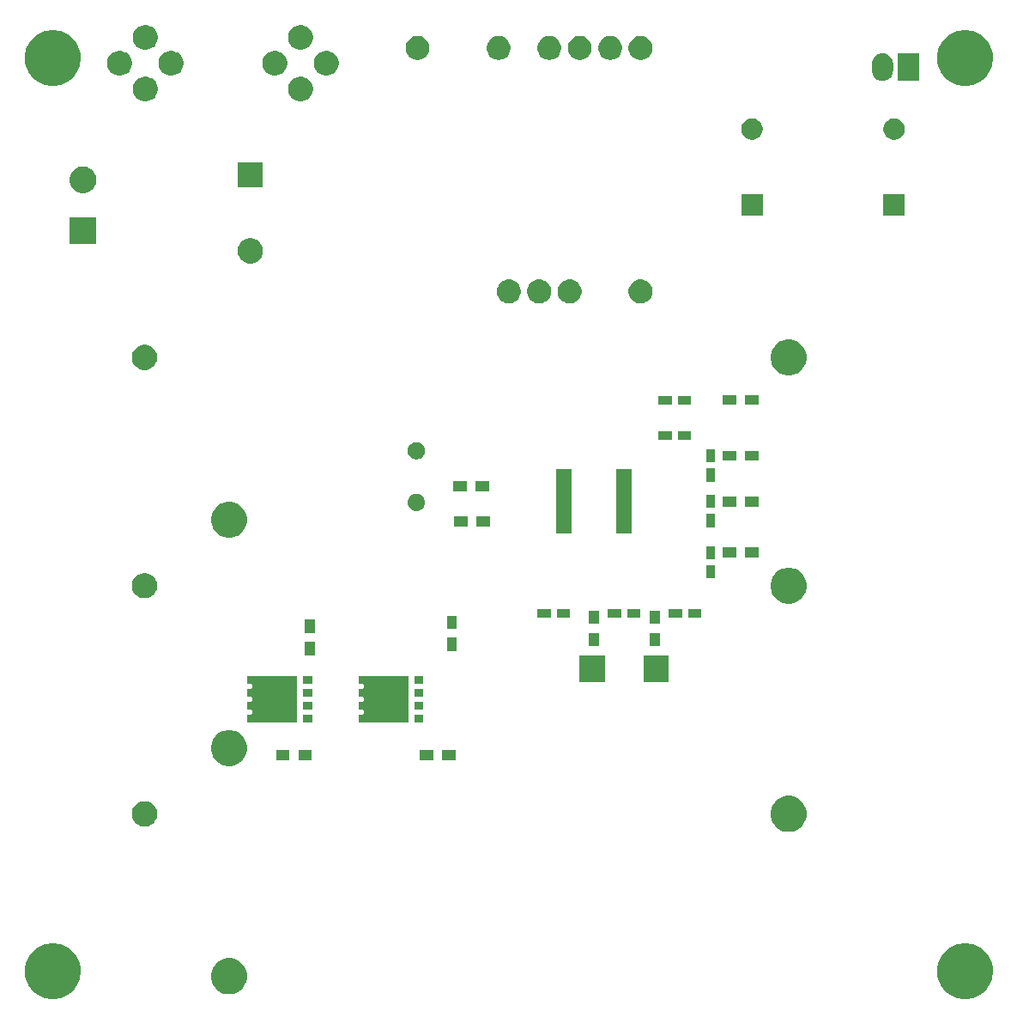
<source format=gbr>
G04 #@! TF.GenerationSoftware,KiCad,Pcbnew,6.0.0-rc1-unknown-5edf350~66~ubuntu18.10.1*
G04 #@! TF.CreationDate,2019-02-07T09:44:38-05:00
G04 #@! TF.ProjectId,UPS,5550532e-6b69-4636-9164-5f7063625858,rev?*
G04 #@! TF.SameCoordinates,Original*
G04 #@! TF.FileFunction,Soldermask,Bot*
G04 #@! TF.FilePolarity,Negative*
%FSLAX46Y46*%
G04 Gerber Fmt 4.6, Leading zero omitted, Abs format (unit mm)*
G04 Created by KiCad (PCBNEW 6.0.0-rc1-unknown-5edf350~66~ubuntu18.10.1) date 2019-02-07 09:44:38*
%MOMM*%
%LPD*%
G04 APERTURE LIST*
%ADD10C,0.100000*%
G04 APERTURE END LIST*
D10*
G36*
X95536693Y-92301859D02*
G01*
X95802437Y-92354719D01*
X96303087Y-92562095D01*
X96483561Y-92682684D01*
X96753660Y-92863158D01*
X97136842Y-93246340D01*
X97317316Y-93516439D01*
X97437905Y-93696913D01*
X97645281Y-94197563D01*
X97645281Y-94197564D01*
X97751000Y-94729049D01*
X97751000Y-95270951D01*
X97715186Y-95451000D01*
X97645281Y-95802437D01*
X97437905Y-96303087D01*
X97381521Y-96387471D01*
X97136842Y-96753660D01*
X96753660Y-97136842D01*
X96490774Y-97312496D01*
X96303087Y-97437905D01*
X95802437Y-97645281D01*
X95536693Y-97698141D01*
X95270951Y-97751000D01*
X94729049Y-97751000D01*
X94463306Y-97698140D01*
X94197563Y-97645281D01*
X93696913Y-97437905D01*
X93509226Y-97312496D01*
X93246340Y-97136842D01*
X92863158Y-96753660D01*
X92618479Y-96387471D01*
X92562095Y-96303087D01*
X92354719Y-95802437D01*
X92284814Y-95451000D01*
X92249000Y-95270951D01*
X92249000Y-94729049D01*
X92354719Y-94197564D01*
X92354719Y-94197563D01*
X92562095Y-93696913D01*
X92682684Y-93516439D01*
X92863158Y-93246340D01*
X93246340Y-92863158D01*
X93516439Y-92682684D01*
X93696913Y-92562095D01*
X94197563Y-92354719D01*
X94463307Y-92301859D01*
X94729049Y-92249000D01*
X95270951Y-92249000D01*
X95536693Y-92301859D01*
X95536693Y-92301859D01*
G37*
G36*
X5536693Y-92301859D02*
G01*
X5802437Y-92354719D01*
X6303087Y-92562095D01*
X6483561Y-92682684D01*
X6753660Y-92863158D01*
X7136842Y-93246340D01*
X7317316Y-93516439D01*
X7437905Y-93696913D01*
X7645281Y-94197563D01*
X7645281Y-94197564D01*
X7751000Y-94729049D01*
X7751000Y-95270951D01*
X7715186Y-95451000D01*
X7645281Y-95802437D01*
X7437905Y-96303087D01*
X7381521Y-96387471D01*
X7136842Y-96753660D01*
X6753660Y-97136842D01*
X6490774Y-97312496D01*
X6303087Y-97437905D01*
X5802437Y-97645281D01*
X5536694Y-97698140D01*
X5270951Y-97751000D01*
X4729049Y-97751000D01*
X4463306Y-97698140D01*
X4197563Y-97645281D01*
X3696913Y-97437905D01*
X3509226Y-97312496D01*
X3246340Y-97136842D01*
X2863158Y-96753660D01*
X2618479Y-96387471D01*
X2562095Y-96303087D01*
X2354719Y-95802437D01*
X2284814Y-95451000D01*
X2249000Y-95270951D01*
X2249000Y-94729049D01*
X2354719Y-94197564D01*
X2354719Y-94197563D01*
X2562095Y-93696913D01*
X2682684Y-93516439D01*
X2863158Y-93246340D01*
X3246340Y-92863158D01*
X3516439Y-92682684D01*
X3696913Y-92562095D01*
X4197563Y-92354719D01*
X4463307Y-92301859D01*
X4729049Y-92249000D01*
X5270951Y-92249000D01*
X5536693Y-92301859D01*
X5536693Y-92301859D01*
G37*
G36*
X22918039Y-93792250D02*
G01*
X23070991Y-93855605D01*
X23241251Y-93926129D01*
X23532134Y-94120491D01*
X23779509Y-94367866D01*
X23973871Y-94658749D01*
X24026734Y-94786371D01*
X24107750Y-94981961D01*
X24176000Y-95325078D01*
X24176000Y-95674922D01*
X24107750Y-96018039D01*
X24055411Y-96144395D01*
X23973871Y-96341251D01*
X23779509Y-96632134D01*
X23532134Y-96879509D01*
X23241251Y-97073871D01*
X23107372Y-97129325D01*
X22918039Y-97207750D01*
X22574922Y-97276000D01*
X22225078Y-97276000D01*
X21881961Y-97207750D01*
X21692628Y-97129325D01*
X21558749Y-97073871D01*
X21267866Y-96879509D01*
X21020491Y-96632134D01*
X20826129Y-96341251D01*
X20744589Y-96144395D01*
X20692250Y-96018039D01*
X20624000Y-95674922D01*
X20624000Y-95325078D01*
X20692250Y-94981961D01*
X20773266Y-94786371D01*
X20826129Y-94658749D01*
X21020491Y-94367866D01*
X21267866Y-94120491D01*
X21558749Y-93926129D01*
X21729009Y-93855605D01*
X21881961Y-93792250D01*
X22225078Y-93724000D01*
X22574922Y-93724000D01*
X22918039Y-93792250D01*
X22918039Y-93792250D01*
G37*
G36*
X78118039Y-77792250D02*
G01*
X78307372Y-77870675D01*
X78441251Y-77926129D01*
X78732134Y-78120491D01*
X78979509Y-78367866D01*
X79173871Y-78658749D01*
X79173871Y-78658750D01*
X79307750Y-78981961D01*
X79376000Y-79325078D01*
X79376000Y-79674922D01*
X79307750Y-80018039D01*
X79277859Y-80090201D01*
X79173871Y-80341251D01*
X78979509Y-80632134D01*
X78732134Y-80879509D01*
X78441251Y-81073871D01*
X78307372Y-81129325D01*
X78118039Y-81207750D01*
X77774922Y-81276000D01*
X77425078Y-81276000D01*
X77081961Y-81207750D01*
X76892628Y-81129325D01*
X76758749Y-81073871D01*
X76467866Y-80879509D01*
X76220491Y-80632134D01*
X76026129Y-80341251D01*
X75922141Y-80090201D01*
X75892250Y-80018039D01*
X75824000Y-79674922D01*
X75824000Y-79325078D01*
X75892250Y-78981961D01*
X76026129Y-78658750D01*
X76026129Y-78658749D01*
X76220491Y-78367866D01*
X76467866Y-78120491D01*
X76758749Y-77926129D01*
X76892628Y-77870675D01*
X77081961Y-77792250D01*
X77425078Y-77724000D01*
X77774922Y-77724000D01*
X78118039Y-77792250D01*
X78118039Y-77792250D01*
G37*
G36*
X14433444Y-78301882D02*
G01*
X14660201Y-78395808D01*
X14660202Y-78395809D01*
X14864279Y-78532168D01*
X15037832Y-78705721D01*
X15128944Y-78842081D01*
X15174192Y-78909799D01*
X15268118Y-79136556D01*
X15316000Y-79377278D01*
X15316000Y-79622722D01*
X15268118Y-79863444D01*
X15174192Y-80090201D01*
X15174191Y-80090202D01*
X15037832Y-80294279D01*
X14864279Y-80467832D01*
X14727919Y-80558944D01*
X14660201Y-80604192D01*
X14433444Y-80698118D01*
X14192722Y-80746000D01*
X13947278Y-80746000D01*
X13706556Y-80698118D01*
X13479799Y-80604192D01*
X13412081Y-80558944D01*
X13275721Y-80467832D01*
X13102168Y-80294279D01*
X12965809Y-80090202D01*
X12965808Y-80090201D01*
X12871882Y-79863444D01*
X12824000Y-79622722D01*
X12824000Y-79377278D01*
X12871882Y-79136556D01*
X12965808Y-78909799D01*
X13011056Y-78842081D01*
X13102168Y-78705721D01*
X13275721Y-78532168D01*
X13479798Y-78395809D01*
X13479799Y-78395808D01*
X13706556Y-78301882D01*
X13947278Y-78254000D01*
X14192722Y-78254000D01*
X14433444Y-78301882D01*
X14433444Y-78301882D01*
G37*
G36*
X22918039Y-71292250D02*
G01*
X23107372Y-71370675D01*
X23241251Y-71426129D01*
X23532134Y-71620491D01*
X23779509Y-71867866D01*
X23973871Y-72158749D01*
X23973871Y-72158750D01*
X24107750Y-72481961D01*
X24176000Y-72825078D01*
X24176000Y-73174922D01*
X24107750Y-73518039D01*
X24029325Y-73707372D01*
X23973871Y-73841251D01*
X23779509Y-74132134D01*
X23532134Y-74379509D01*
X23241251Y-74573871D01*
X23107372Y-74629325D01*
X22918039Y-74707750D01*
X22574922Y-74776000D01*
X22225078Y-74776000D01*
X21881961Y-74707750D01*
X21692628Y-74629325D01*
X21558749Y-74573871D01*
X21267866Y-74379509D01*
X21020491Y-74132134D01*
X20826129Y-73841251D01*
X20770675Y-73707372D01*
X20692250Y-73518039D01*
X20624000Y-73174922D01*
X20624000Y-72825078D01*
X20692250Y-72481961D01*
X20826129Y-72158750D01*
X20826129Y-72158749D01*
X21020491Y-71867866D01*
X21267866Y-71620491D01*
X21558749Y-71426129D01*
X21692628Y-71370675D01*
X21881961Y-71292250D01*
X22225078Y-71224000D01*
X22574922Y-71224000D01*
X22918039Y-71292250D01*
X22918039Y-71292250D01*
G37*
G36*
X42534867Y-74198580D02*
G01*
X41232867Y-74198580D01*
X41232867Y-73196580D01*
X42534867Y-73196580D01*
X42534867Y-74198580D01*
X42534867Y-74198580D01*
G37*
G36*
X28334867Y-74198580D02*
G01*
X27032867Y-74198580D01*
X27032867Y-73196580D01*
X28334867Y-73196580D01*
X28334867Y-74198580D01*
X28334867Y-74198580D01*
G37*
G36*
X30534867Y-74198580D02*
G01*
X29232867Y-74198580D01*
X29232867Y-73196580D01*
X30534867Y-73196580D01*
X30534867Y-74198580D01*
X30534867Y-74198580D01*
G37*
G36*
X44734867Y-74198580D02*
G01*
X43432867Y-74198580D01*
X43432867Y-73196580D01*
X44734867Y-73196580D01*
X44734867Y-74198580D01*
X44734867Y-74198580D01*
G37*
G36*
X41584867Y-70508580D02*
G01*
X40682867Y-70508580D01*
X40682867Y-69706580D01*
X41584867Y-69706580D01*
X41584867Y-70508580D01*
X41584867Y-70508580D01*
G37*
G36*
X36162031Y-65887065D02*
G01*
X36185480Y-65894178D01*
X36209866Y-65896580D01*
X40079867Y-65896580D01*
X40079867Y-70498580D01*
X36209866Y-70498580D01*
X36185480Y-70500982D01*
X36162031Y-70508095D01*
X36161124Y-70508580D01*
X35182867Y-70508580D01*
X35182867Y-69706580D01*
X35562868Y-69706580D01*
X35587254Y-69704178D01*
X35610703Y-69697065D01*
X35632314Y-69685514D01*
X35651256Y-69669969D01*
X35666801Y-69651027D01*
X35678352Y-69629416D01*
X35685465Y-69605967D01*
X35687867Y-69581581D01*
X35687867Y-69363579D01*
X35685465Y-69339193D01*
X35678352Y-69315744D01*
X35666801Y-69294133D01*
X35651256Y-69275191D01*
X35632314Y-69259646D01*
X35610703Y-69248095D01*
X35587254Y-69240982D01*
X35562868Y-69238580D01*
X35182867Y-69238580D01*
X35182867Y-68436580D01*
X35562868Y-68436580D01*
X35587254Y-68434178D01*
X35610703Y-68427065D01*
X35632314Y-68415514D01*
X35651256Y-68399969D01*
X35666801Y-68381027D01*
X35678352Y-68359416D01*
X35685465Y-68335967D01*
X35687867Y-68311581D01*
X35687867Y-68083579D01*
X35685465Y-68059193D01*
X35678352Y-68035744D01*
X35666801Y-68014133D01*
X35651256Y-67995191D01*
X35632314Y-67979646D01*
X35610703Y-67968095D01*
X35587254Y-67960982D01*
X35562868Y-67958580D01*
X35182867Y-67958580D01*
X35182867Y-67156580D01*
X35562868Y-67156580D01*
X35587254Y-67154178D01*
X35610703Y-67147065D01*
X35632314Y-67135514D01*
X35651256Y-67119969D01*
X35666801Y-67101027D01*
X35678352Y-67079416D01*
X35685465Y-67055967D01*
X35687867Y-67031581D01*
X35687867Y-66813579D01*
X35685465Y-66789193D01*
X35678352Y-66765744D01*
X35666801Y-66744133D01*
X35651256Y-66725191D01*
X35632314Y-66709646D01*
X35610703Y-66698095D01*
X35587254Y-66690982D01*
X35562868Y-66688580D01*
X35182867Y-66688580D01*
X35182867Y-65886580D01*
X36161124Y-65886580D01*
X36162031Y-65887065D01*
X36162031Y-65887065D01*
G37*
G36*
X30584867Y-70508580D02*
G01*
X29682867Y-70508580D01*
X29682867Y-69706580D01*
X30584867Y-69706580D01*
X30584867Y-70508580D01*
X30584867Y-70508580D01*
G37*
G36*
X25162031Y-65887065D02*
G01*
X25185480Y-65894178D01*
X25209866Y-65896580D01*
X29079867Y-65896580D01*
X29079867Y-70498580D01*
X25209866Y-70498580D01*
X25185480Y-70500982D01*
X25162031Y-70508095D01*
X25161124Y-70508580D01*
X24182867Y-70508580D01*
X24182867Y-69706580D01*
X24562868Y-69706580D01*
X24587254Y-69704178D01*
X24610703Y-69697065D01*
X24632314Y-69685514D01*
X24651256Y-69669969D01*
X24666801Y-69651027D01*
X24678352Y-69629416D01*
X24685465Y-69605967D01*
X24687867Y-69581581D01*
X24687867Y-69363579D01*
X24685465Y-69339193D01*
X24678352Y-69315744D01*
X24666801Y-69294133D01*
X24651256Y-69275191D01*
X24632314Y-69259646D01*
X24610703Y-69248095D01*
X24587254Y-69240982D01*
X24562868Y-69238580D01*
X24182867Y-69238580D01*
X24182867Y-68436580D01*
X24562868Y-68436580D01*
X24587254Y-68434178D01*
X24610703Y-68427065D01*
X24632314Y-68415514D01*
X24651256Y-68399969D01*
X24666801Y-68381027D01*
X24678352Y-68359416D01*
X24685465Y-68335967D01*
X24687867Y-68311581D01*
X24687867Y-68083579D01*
X24685465Y-68059193D01*
X24678352Y-68035744D01*
X24666801Y-68014133D01*
X24651256Y-67995191D01*
X24632314Y-67979646D01*
X24610703Y-67968095D01*
X24587254Y-67960982D01*
X24562868Y-67958580D01*
X24182867Y-67958580D01*
X24182867Y-67156580D01*
X24562868Y-67156580D01*
X24587254Y-67154178D01*
X24610703Y-67147065D01*
X24632314Y-67135514D01*
X24651256Y-67119969D01*
X24666801Y-67101027D01*
X24678352Y-67079416D01*
X24685465Y-67055967D01*
X24687867Y-67031581D01*
X24687867Y-66813579D01*
X24685465Y-66789193D01*
X24678352Y-66765744D01*
X24666801Y-66744133D01*
X24651256Y-66725191D01*
X24632314Y-66709646D01*
X24610703Y-66698095D01*
X24587254Y-66690982D01*
X24562868Y-66688580D01*
X24182867Y-66688580D01*
X24182867Y-65886580D01*
X25161124Y-65886580D01*
X25162031Y-65887065D01*
X25162031Y-65887065D01*
G37*
G36*
X41584867Y-69238580D02*
G01*
X40682867Y-69238580D01*
X40682867Y-68436580D01*
X41584867Y-68436580D01*
X41584867Y-69238580D01*
X41584867Y-69238580D01*
G37*
G36*
X30584867Y-69238580D02*
G01*
X29682867Y-69238580D01*
X29682867Y-68436580D01*
X30584867Y-68436580D01*
X30584867Y-69238580D01*
X30584867Y-69238580D01*
G37*
G36*
X41584867Y-67958580D02*
G01*
X40682867Y-67958580D01*
X40682867Y-67156580D01*
X41584867Y-67156580D01*
X41584867Y-67958580D01*
X41584867Y-67958580D01*
G37*
G36*
X30584867Y-67958580D02*
G01*
X29682867Y-67958580D01*
X29682867Y-67156580D01*
X30584867Y-67156580D01*
X30584867Y-67958580D01*
X30584867Y-67958580D01*
G37*
G36*
X41584867Y-66688580D02*
G01*
X40682867Y-66688580D01*
X40682867Y-65886580D01*
X41584867Y-65886580D01*
X41584867Y-66688580D01*
X41584867Y-66688580D01*
G37*
G36*
X30584867Y-66688580D02*
G01*
X29682867Y-66688580D01*
X29682867Y-65886580D01*
X30584867Y-65886580D01*
X30584867Y-66688580D01*
X30584867Y-66688580D01*
G37*
G36*
X65784867Y-66498580D02*
G01*
X63282867Y-66498580D01*
X63282867Y-63896580D01*
X65784867Y-63896580D01*
X65784867Y-66498580D01*
X65784867Y-66498580D01*
G37*
G36*
X59484867Y-66498580D02*
G01*
X56982867Y-66498580D01*
X56982867Y-63896580D01*
X59484867Y-63896580D01*
X59484867Y-66498580D01*
X59484867Y-66498580D01*
G37*
G36*
X30884867Y-63848580D02*
G01*
X29882867Y-63848580D01*
X29882867Y-62546580D01*
X30884867Y-62546580D01*
X30884867Y-63848580D01*
X30884867Y-63848580D01*
G37*
G36*
X44884867Y-63448580D02*
G01*
X43882867Y-63448580D01*
X43882867Y-62146580D01*
X44884867Y-62146580D01*
X44884867Y-63448580D01*
X44884867Y-63448580D01*
G37*
G36*
X58884867Y-62948580D02*
G01*
X57882867Y-62948580D01*
X57882867Y-61646580D01*
X58884867Y-61646580D01*
X58884867Y-62948580D01*
X58884867Y-62948580D01*
G37*
G36*
X64884867Y-62948580D02*
G01*
X63882867Y-62948580D01*
X63882867Y-61646580D01*
X64884867Y-61646580D01*
X64884867Y-62948580D01*
X64884867Y-62948580D01*
G37*
G36*
X30884867Y-61648580D02*
G01*
X29882867Y-61648580D01*
X29882867Y-60346580D01*
X30884867Y-60346580D01*
X30884867Y-61648580D01*
X30884867Y-61648580D01*
G37*
G36*
X44884867Y-61248580D02*
G01*
X43882867Y-61248580D01*
X43882867Y-59946580D01*
X44884867Y-59946580D01*
X44884867Y-61248580D01*
X44884867Y-61248580D01*
G37*
G36*
X64884867Y-60748580D02*
G01*
X63882867Y-60748580D01*
X63882867Y-59446580D01*
X64884867Y-59446580D01*
X64884867Y-60748580D01*
X64884867Y-60748580D01*
G37*
G36*
X58884867Y-60748580D02*
G01*
X57882867Y-60748580D01*
X57882867Y-59446580D01*
X58884867Y-59446580D01*
X58884867Y-60748580D01*
X58884867Y-60748580D01*
G37*
G36*
X62984867Y-60123580D02*
G01*
X61682867Y-60123580D01*
X61682867Y-59271580D01*
X62984867Y-59271580D01*
X62984867Y-60123580D01*
X62984867Y-60123580D01*
G37*
G36*
X56034867Y-60123580D02*
G01*
X54732867Y-60123580D01*
X54732867Y-59271580D01*
X56034867Y-59271580D01*
X56034867Y-60123580D01*
X56034867Y-60123580D01*
G37*
G36*
X54134867Y-60123580D02*
G01*
X52832867Y-60123580D01*
X52832867Y-59271580D01*
X54134867Y-59271580D01*
X54134867Y-60123580D01*
X54134867Y-60123580D01*
G37*
G36*
X61084867Y-60123580D02*
G01*
X59782867Y-60123580D01*
X59782867Y-59271580D01*
X61084867Y-59271580D01*
X61084867Y-60123580D01*
X61084867Y-60123580D01*
G37*
G36*
X67084867Y-60123580D02*
G01*
X65782867Y-60123580D01*
X65782867Y-59271580D01*
X67084867Y-59271580D01*
X67084867Y-60123580D01*
X67084867Y-60123580D01*
G37*
G36*
X68984867Y-60123580D02*
G01*
X67682867Y-60123580D01*
X67682867Y-59271580D01*
X68984867Y-59271580D01*
X68984867Y-60123580D01*
X68984867Y-60123580D01*
G37*
G36*
X78118039Y-55292250D02*
G01*
X78307372Y-55370675D01*
X78441251Y-55426129D01*
X78732134Y-55620491D01*
X78979509Y-55867866D01*
X79173871Y-56158749D01*
X79173871Y-56158750D01*
X79307750Y-56481961D01*
X79376000Y-56825078D01*
X79376000Y-57174922D01*
X79307750Y-57518039D01*
X79277859Y-57590201D01*
X79173871Y-57841251D01*
X78979509Y-58132134D01*
X78732134Y-58379509D01*
X78441251Y-58573871D01*
X78307372Y-58629325D01*
X78118039Y-58707750D01*
X77774922Y-58776000D01*
X77425078Y-58776000D01*
X77081961Y-58707750D01*
X76892628Y-58629325D01*
X76758749Y-58573871D01*
X76467866Y-58379509D01*
X76220491Y-58132134D01*
X76026129Y-57841251D01*
X75922141Y-57590201D01*
X75892250Y-57518039D01*
X75824000Y-57174922D01*
X75824000Y-56825078D01*
X75892250Y-56481961D01*
X76026129Y-56158750D01*
X76026129Y-56158749D01*
X76220491Y-55867866D01*
X76467866Y-55620491D01*
X76758749Y-55426129D01*
X76892628Y-55370675D01*
X77081961Y-55292250D01*
X77425078Y-55224000D01*
X77774922Y-55224000D01*
X78118039Y-55292250D01*
X78118039Y-55292250D01*
G37*
G36*
X14433444Y-55801882D02*
G01*
X14660201Y-55895808D01*
X14660202Y-55895809D01*
X14864279Y-56032168D01*
X15037832Y-56205721D01*
X15099878Y-56298580D01*
X15174192Y-56409799D01*
X15268118Y-56636556D01*
X15316000Y-56877278D01*
X15316000Y-57122722D01*
X15268118Y-57363444D01*
X15174192Y-57590201D01*
X15174191Y-57590202D01*
X15037832Y-57794279D01*
X14864279Y-57967832D01*
X14727919Y-58058944D01*
X14660201Y-58104192D01*
X14433444Y-58198118D01*
X14192722Y-58246000D01*
X13947278Y-58246000D01*
X13706556Y-58198118D01*
X13479799Y-58104192D01*
X13412081Y-58058944D01*
X13275721Y-57967832D01*
X13102168Y-57794279D01*
X12965809Y-57590202D01*
X12965808Y-57590201D01*
X12871882Y-57363444D01*
X12824000Y-57122722D01*
X12824000Y-56877278D01*
X12871882Y-56636556D01*
X12965808Y-56409799D01*
X13040122Y-56298580D01*
X13102168Y-56205721D01*
X13275721Y-56032168D01*
X13479798Y-55895809D01*
X13479799Y-55895808D01*
X13706556Y-55801882D01*
X13947278Y-55754000D01*
X14192722Y-55754000D01*
X14433444Y-55801882D01*
X14433444Y-55801882D01*
G37*
G36*
X70309867Y-56298580D02*
G01*
X69457867Y-56298580D01*
X69457867Y-54996580D01*
X70309867Y-54996580D01*
X70309867Y-56298580D01*
X70309867Y-56298580D01*
G37*
G36*
X70309867Y-54398580D02*
G01*
X69457867Y-54398580D01*
X69457867Y-53096580D01*
X70309867Y-53096580D01*
X70309867Y-54398580D01*
X70309867Y-54398580D01*
G37*
G36*
X72434867Y-54198580D02*
G01*
X71132867Y-54198580D01*
X71132867Y-53196580D01*
X72434867Y-53196580D01*
X72434867Y-54198580D01*
X72434867Y-54198580D01*
G37*
G36*
X74634867Y-54198580D02*
G01*
X73332867Y-54198580D01*
X73332867Y-53196580D01*
X74634867Y-53196580D01*
X74634867Y-54198580D01*
X74634867Y-54198580D01*
G37*
G36*
X22918039Y-48792250D02*
G01*
X23107372Y-48870675D01*
X23241251Y-48926129D01*
X23532134Y-49120491D01*
X23779509Y-49367866D01*
X23973871Y-49658749D01*
X23973871Y-49658750D01*
X24107750Y-49981961D01*
X24176000Y-50325078D01*
X24176000Y-50674922D01*
X24107750Y-51018039D01*
X24032967Y-51198580D01*
X23973871Y-51341251D01*
X23779509Y-51632134D01*
X23532134Y-51879509D01*
X23241251Y-52073871D01*
X23107372Y-52129325D01*
X22918039Y-52207750D01*
X22574922Y-52276000D01*
X22225078Y-52276000D01*
X21881961Y-52207750D01*
X21692628Y-52129325D01*
X21558749Y-52073871D01*
X21267866Y-51879509D01*
X21020491Y-51632134D01*
X20826129Y-51341251D01*
X20767033Y-51198580D01*
X20692250Y-51018039D01*
X20624000Y-50674922D01*
X20624000Y-50325078D01*
X20692250Y-49981961D01*
X20826129Y-49658750D01*
X20826129Y-49658749D01*
X21020491Y-49367866D01*
X21267866Y-49120491D01*
X21558749Y-48926129D01*
X21692628Y-48870675D01*
X21881961Y-48792250D01*
X22225078Y-48724000D01*
X22574922Y-48724000D01*
X22918039Y-48792250D01*
X22918039Y-48792250D01*
G37*
G36*
X62109867Y-51898580D02*
G01*
X60557867Y-51898580D01*
X60557867Y-45496580D01*
X62109867Y-45496580D01*
X62109867Y-51898580D01*
X62109867Y-51898580D01*
G37*
G36*
X56209867Y-51898580D02*
G01*
X54657867Y-51898580D01*
X54657867Y-45496580D01*
X56209867Y-45496580D01*
X56209867Y-51898580D01*
X56209867Y-51898580D01*
G37*
G36*
X70309867Y-51248580D02*
G01*
X69457867Y-51248580D01*
X69457867Y-49946580D01*
X70309867Y-49946580D01*
X70309867Y-51248580D01*
X70309867Y-51248580D01*
G37*
G36*
X48134867Y-51198580D02*
G01*
X46832867Y-51198580D01*
X46832867Y-50196580D01*
X48134867Y-50196580D01*
X48134867Y-51198580D01*
X48134867Y-51198580D01*
G37*
G36*
X45934867Y-51198580D02*
G01*
X44632867Y-51198580D01*
X44632867Y-50196580D01*
X45934867Y-50196580D01*
X45934867Y-51198580D01*
X45934867Y-51198580D01*
G37*
G36*
X41050690Y-47938893D02*
G01*
X41211109Y-47987556D01*
X41321535Y-48046580D01*
X41358945Y-48066576D01*
X41488526Y-48172921D01*
X41594871Y-48302502D01*
X41594872Y-48302504D01*
X41673891Y-48450338D01*
X41722554Y-48610757D01*
X41738984Y-48777580D01*
X41722554Y-48944403D01*
X41673891Y-49104822D01*
X41623776Y-49198580D01*
X41594871Y-49252658D01*
X41488526Y-49382239D01*
X41358945Y-49488584D01*
X41358943Y-49488585D01*
X41211109Y-49567604D01*
X41050690Y-49616267D01*
X40925671Y-49628580D01*
X40842063Y-49628580D01*
X40717044Y-49616267D01*
X40556625Y-49567604D01*
X40408791Y-49488585D01*
X40408789Y-49488584D01*
X40279208Y-49382239D01*
X40172863Y-49252658D01*
X40143958Y-49198580D01*
X40093843Y-49104822D01*
X40045180Y-48944403D01*
X40028750Y-48777580D01*
X40045180Y-48610757D01*
X40093843Y-48450338D01*
X40172862Y-48302504D01*
X40172863Y-48302502D01*
X40279208Y-48172921D01*
X40408789Y-48066576D01*
X40446199Y-48046580D01*
X40556625Y-47987556D01*
X40717044Y-47938893D01*
X40842063Y-47926580D01*
X40925671Y-47926580D01*
X41050690Y-47938893D01*
X41050690Y-47938893D01*
G37*
G36*
X70309867Y-49348580D02*
G01*
X69457867Y-49348580D01*
X69457867Y-48046580D01*
X70309867Y-48046580D01*
X70309867Y-49348580D01*
X70309867Y-49348580D01*
G37*
G36*
X74634867Y-49198580D02*
G01*
X73332867Y-49198580D01*
X73332867Y-48196580D01*
X74634867Y-48196580D01*
X74634867Y-49198580D01*
X74634867Y-49198580D01*
G37*
G36*
X72434867Y-49198580D02*
G01*
X71132867Y-49198580D01*
X71132867Y-48196580D01*
X72434867Y-48196580D01*
X72434867Y-49198580D01*
X72434867Y-49198580D01*
G37*
G36*
X48034867Y-47698580D02*
G01*
X46732867Y-47698580D01*
X46732867Y-46696580D01*
X48034867Y-46696580D01*
X48034867Y-47698580D01*
X48034867Y-47698580D01*
G37*
G36*
X45834867Y-47698580D02*
G01*
X44532867Y-47698580D01*
X44532867Y-46696580D01*
X45834867Y-46696580D01*
X45834867Y-47698580D01*
X45834867Y-47698580D01*
G37*
G36*
X70309867Y-46748580D02*
G01*
X69457867Y-46748580D01*
X69457867Y-45446580D01*
X70309867Y-45446580D01*
X70309867Y-46748580D01*
X70309867Y-46748580D01*
G37*
G36*
X70309867Y-44848580D02*
G01*
X69457867Y-44848580D01*
X69457867Y-43546580D01*
X70309867Y-43546580D01*
X70309867Y-44848580D01*
X70309867Y-44848580D01*
G37*
G36*
X72434867Y-44698580D02*
G01*
X71132867Y-44698580D01*
X71132867Y-43696580D01*
X72434867Y-43696580D01*
X72434867Y-44698580D01*
X72434867Y-44698580D01*
G37*
G36*
X74634867Y-44698580D02*
G01*
X73332867Y-44698580D01*
X73332867Y-43696580D01*
X74634867Y-43696580D01*
X74634867Y-44698580D01*
X74634867Y-44698580D01*
G37*
G36*
X41132095Y-42879283D02*
G01*
X41286967Y-42943433D01*
X41426348Y-43036565D01*
X41544882Y-43155099D01*
X41638014Y-43294480D01*
X41702164Y-43449352D01*
X41734867Y-43613764D01*
X41734867Y-43781396D01*
X41702164Y-43945808D01*
X41638014Y-44100680D01*
X41544882Y-44240061D01*
X41426348Y-44358595D01*
X41286967Y-44451727D01*
X41132095Y-44515877D01*
X40967683Y-44548580D01*
X40800051Y-44548580D01*
X40635639Y-44515877D01*
X40480767Y-44451727D01*
X40341386Y-44358595D01*
X40222852Y-44240061D01*
X40129720Y-44100680D01*
X40065570Y-43945808D01*
X40032867Y-43781396D01*
X40032867Y-43613764D01*
X40065570Y-43449352D01*
X40129720Y-43294480D01*
X40222852Y-43155099D01*
X40341386Y-43036565D01*
X40480767Y-42943433D01*
X40635639Y-42879283D01*
X40800051Y-42846580D01*
X40967683Y-42846580D01*
X41132095Y-42879283D01*
X41132095Y-42879283D01*
G37*
G36*
X67984867Y-42623580D02*
G01*
X66682867Y-42623580D01*
X66682867Y-41771580D01*
X67984867Y-41771580D01*
X67984867Y-42623580D01*
X67984867Y-42623580D01*
G37*
G36*
X66084867Y-42623580D02*
G01*
X64782867Y-42623580D01*
X64782867Y-41771580D01*
X66084867Y-41771580D01*
X66084867Y-42623580D01*
X66084867Y-42623580D01*
G37*
G36*
X72434867Y-39198580D02*
G01*
X71132867Y-39198580D01*
X71132867Y-38196580D01*
X72434867Y-38196580D01*
X72434867Y-39198580D01*
X72434867Y-39198580D01*
G37*
G36*
X74634867Y-39198580D02*
G01*
X73332867Y-39198580D01*
X73332867Y-38196580D01*
X74634867Y-38196580D01*
X74634867Y-39198580D01*
X74634867Y-39198580D01*
G37*
G36*
X67984867Y-39123580D02*
G01*
X66682867Y-39123580D01*
X66682867Y-38271580D01*
X67984867Y-38271580D01*
X67984867Y-39123580D01*
X67984867Y-39123580D01*
G37*
G36*
X66084867Y-39123580D02*
G01*
X64782867Y-39123580D01*
X64782867Y-38271580D01*
X66084867Y-38271580D01*
X66084867Y-39123580D01*
X66084867Y-39123580D01*
G37*
G36*
X78118039Y-32792250D02*
G01*
X78307372Y-32870675D01*
X78441251Y-32926129D01*
X78732134Y-33120491D01*
X78979509Y-33367866D01*
X79173871Y-33658749D01*
X79173871Y-33658750D01*
X79307750Y-33981961D01*
X79376000Y-34325078D01*
X79376000Y-34674922D01*
X79307750Y-35018039D01*
X79277859Y-35090201D01*
X79173871Y-35341251D01*
X78979509Y-35632134D01*
X78732134Y-35879509D01*
X78441251Y-36073871D01*
X78307372Y-36129325D01*
X78118039Y-36207750D01*
X77774922Y-36276000D01*
X77425078Y-36276000D01*
X77081961Y-36207750D01*
X76892628Y-36129325D01*
X76758749Y-36073871D01*
X76467866Y-35879509D01*
X76220491Y-35632134D01*
X76026129Y-35341251D01*
X75922141Y-35090201D01*
X75892250Y-35018039D01*
X75824000Y-34674922D01*
X75824000Y-34325078D01*
X75892250Y-33981961D01*
X76026129Y-33658750D01*
X76026129Y-33658749D01*
X76220491Y-33367866D01*
X76467866Y-33120491D01*
X76758749Y-32926129D01*
X76892628Y-32870675D01*
X77081961Y-32792250D01*
X77425078Y-32724000D01*
X77774922Y-32724000D01*
X78118039Y-32792250D01*
X78118039Y-32792250D01*
G37*
G36*
X14433444Y-33301882D02*
G01*
X14660201Y-33395808D01*
X14660202Y-33395809D01*
X14864279Y-33532168D01*
X15037832Y-33705721D01*
X15128944Y-33842081D01*
X15174192Y-33909799D01*
X15268118Y-34136556D01*
X15316000Y-34377278D01*
X15316000Y-34622722D01*
X15268118Y-34863444D01*
X15174192Y-35090201D01*
X15174191Y-35090202D01*
X15037832Y-35294279D01*
X14864279Y-35467832D01*
X14727919Y-35558944D01*
X14660201Y-35604192D01*
X14433444Y-35698118D01*
X14192722Y-35746000D01*
X13947278Y-35746000D01*
X13706556Y-35698118D01*
X13479799Y-35604192D01*
X13412081Y-35558944D01*
X13275721Y-35467832D01*
X13102168Y-35294279D01*
X12965809Y-35090202D01*
X12965808Y-35090201D01*
X12871882Y-34863444D01*
X12824000Y-34622722D01*
X12824000Y-34377278D01*
X12871882Y-34136556D01*
X12965808Y-33909799D01*
X13011056Y-33842081D01*
X13102168Y-33705721D01*
X13275721Y-33532168D01*
X13479798Y-33395809D01*
X13479799Y-33395808D01*
X13706556Y-33301882D01*
X13947278Y-33254000D01*
X14192722Y-33254000D01*
X14433444Y-33301882D01*
X14433444Y-33301882D01*
G37*
G36*
X63191560Y-26839064D02*
G01*
X63343027Y-26869193D01*
X63557045Y-26957842D01*
X63557046Y-26957843D01*
X63749654Y-27086539D01*
X63913461Y-27250346D01*
X63999258Y-27378751D01*
X64042158Y-27442955D01*
X64130807Y-27656973D01*
X64176000Y-27884174D01*
X64176000Y-28115826D01*
X64130807Y-28343027D01*
X64042158Y-28557045D01*
X64042157Y-28557046D01*
X63913461Y-28749654D01*
X63749654Y-28913461D01*
X63621249Y-28999258D01*
X63557045Y-29042158D01*
X63343027Y-29130807D01*
X63191560Y-29160936D01*
X63115827Y-29176000D01*
X62884173Y-29176000D01*
X62808440Y-29160936D01*
X62656973Y-29130807D01*
X62442955Y-29042158D01*
X62378751Y-28999258D01*
X62250346Y-28913461D01*
X62086539Y-28749654D01*
X61957843Y-28557046D01*
X61957842Y-28557045D01*
X61869193Y-28343027D01*
X61824000Y-28115826D01*
X61824000Y-27884174D01*
X61869193Y-27656973D01*
X61957842Y-27442955D01*
X62000742Y-27378751D01*
X62086539Y-27250346D01*
X62250346Y-27086539D01*
X62442954Y-26957843D01*
X62442955Y-26957842D01*
X62656973Y-26869193D01*
X62808440Y-26839064D01*
X62884173Y-26824000D01*
X63115827Y-26824000D01*
X63191560Y-26839064D01*
X63191560Y-26839064D01*
G37*
G36*
X56191560Y-26839064D02*
G01*
X56343027Y-26869193D01*
X56557045Y-26957842D01*
X56557046Y-26957843D01*
X56749654Y-27086539D01*
X56913461Y-27250346D01*
X56999258Y-27378751D01*
X57042158Y-27442955D01*
X57130807Y-27656973D01*
X57176000Y-27884174D01*
X57176000Y-28115826D01*
X57130807Y-28343027D01*
X57042158Y-28557045D01*
X57042157Y-28557046D01*
X56913461Y-28749654D01*
X56749654Y-28913461D01*
X56621249Y-28999258D01*
X56557045Y-29042158D01*
X56343027Y-29130807D01*
X56191560Y-29160936D01*
X56115827Y-29176000D01*
X55884173Y-29176000D01*
X55808440Y-29160936D01*
X55656973Y-29130807D01*
X55442955Y-29042158D01*
X55378751Y-28999258D01*
X55250346Y-28913461D01*
X55086539Y-28749654D01*
X54957843Y-28557046D01*
X54957842Y-28557045D01*
X54869193Y-28343027D01*
X54824000Y-28115826D01*
X54824000Y-27884174D01*
X54869193Y-27656973D01*
X54957842Y-27442955D01*
X55000742Y-27378751D01*
X55086539Y-27250346D01*
X55250346Y-27086539D01*
X55442954Y-26957843D01*
X55442955Y-26957842D01*
X55656973Y-26869193D01*
X55808440Y-26839064D01*
X55884173Y-26824000D01*
X56115827Y-26824000D01*
X56191560Y-26839064D01*
X56191560Y-26839064D01*
G37*
G36*
X53191560Y-26839064D02*
G01*
X53343027Y-26869193D01*
X53557045Y-26957842D01*
X53557046Y-26957843D01*
X53749654Y-27086539D01*
X53913461Y-27250346D01*
X53999258Y-27378751D01*
X54042158Y-27442955D01*
X54130807Y-27656973D01*
X54176000Y-27884174D01*
X54176000Y-28115826D01*
X54130807Y-28343027D01*
X54042158Y-28557045D01*
X54042157Y-28557046D01*
X53913461Y-28749654D01*
X53749654Y-28913461D01*
X53621249Y-28999258D01*
X53557045Y-29042158D01*
X53343027Y-29130807D01*
X53191560Y-29160936D01*
X53115827Y-29176000D01*
X52884173Y-29176000D01*
X52808440Y-29160936D01*
X52656973Y-29130807D01*
X52442955Y-29042158D01*
X52378751Y-28999258D01*
X52250346Y-28913461D01*
X52086539Y-28749654D01*
X51957843Y-28557046D01*
X51957842Y-28557045D01*
X51869193Y-28343027D01*
X51824000Y-28115826D01*
X51824000Y-27884174D01*
X51869193Y-27656973D01*
X51957842Y-27442955D01*
X52000742Y-27378751D01*
X52086539Y-27250346D01*
X52250346Y-27086539D01*
X52442954Y-26957843D01*
X52442955Y-26957842D01*
X52656973Y-26869193D01*
X52808440Y-26839064D01*
X52884173Y-26824000D01*
X53115827Y-26824000D01*
X53191560Y-26839064D01*
X53191560Y-26839064D01*
G37*
G36*
X50191560Y-26839064D02*
G01*
X50343027Y-26869193D01*
X50557045Y-26957842D01*
X50557046Y-26957843D01*
X50749654Y-27086539D01*
X50913461Y-27250346D01*
X50999258Y-27378751D01*
X51042158Y-27442955D01*
X51130807Y-27656973D01*
X51176000Y-27884174D01*
X51176000Y-28115826D01*
X51130807Y-28343027D01*
X51042158Y-28557045D01*
X51042157Y-28557046D01*
X50913461Y-28749654D01*
X50749654Y-28913461D01*
X50621249Y-28999258D01*
X50557045Y-29042158D01*
X50343027Y-29130807D01*
X50191560Y-29160936D01*
X50115827Y-29176000D01*
X49884173Y-29176000D01*
X49808440Y-29160936D01*
X49656973Y-29130807D01*
X49442955Y-29042158D01*
X49378751Y-28999258D01*
X49250346Y-28913461D01*
X49086539Y-28749654D01*
X48957843Y-28557046D01*
X48957842Y-28557045D01*
X48869193Y-28343027D01*
X48824000Y-28115826D01*
X48824000Y-27884174D01*
X48869193Y-27656973D01*
X48957842Y-27442955D01*
X49000742Y-27378751D01*
X49086539Y-27250346D01*
X49250346Y-27086539D01*
X49442954Y-26957843D01*
X49442955Y-26957842D01*
X49656973Y-26869193D01*
X49808440Y-26839064D01*
X49884173Y-26824000D01*
X50115827Y-26824000D01*
X50191560Y-26839064D01*
X50191560Y-26839064D01*
G37*
G36*
X24864903Y-22797075D02*
G01*
X25092571Y-22891378D01*
X25297466Y-23028285D01*
X25471715Y-23202534D01*
X25608622Y-23407429D01*
X25702925Y-23635097D01*
X25751000Y-23876787D01*
X25751000Y-24123213D01*
X25702925Y-24364903D01*
X25608622Y-24592571D01*
X25471715Y-24797466D01*
X25297466Y-24971715D01*
X25092571Y-25108622D01*
X25092570Y-25108623D01*
X25092569Y-25108623D01*
X24864903Y-25202925D01*
X24623214Y-25251000D01*
X24376786Y-25251000D01*
X24135097Y-25202925D01*
X23907431Y-25108623D01*
X23907430Y-25108623D01*
X23907429Y-25108622D01*
X23702534Y-24971715D01*
X23528285Y-24797466D01*
X23391378Y-24592571D01*
X23297075Y-24364903D01*
X23249000Y-24123213D01*
X23249000Y-23876787D01*
X23297075Y-23635097D01*
X23391378Y-23407429D01*
X23528285Y-23202534D01*
X23702534Y-23028285D01*
X23907429Y-22891378D01*
X24135097Y-22797075D01*
X24376786Y-22749000D01*
X24623214Y-22749000D01*
X24864903Y-22797075D01*
X24864903Y-22797075D01*
G37*
G36*
X9301000Y-23301000D02*
G01*
X6699000Y-23301000D01*
X6699000Y-20699000D01*
X9301000Y-20699000D01*
X9301000Y-23301000D01*
X9301000Y-23301000D01*
G37*
G36*
X75051000Y-20551000D02*
G01*
X72949000Y-20551000D01*
X72949000Y-18449000D01*
X75051000Y-18449000D01*
X75051000Y-20551000D01*
X75051000Y-20551000D01*
G37*
G36*
X89051000Y-20551000D02*
G01*
X86949000Y-20551000D01*
X86949000Y-18449000D01*
X89051000Y-18449000D01*
X89051000Y-20551000D01*
X89051000Y-20551000D01*
G37*
G36*
X8379487Y-15748996D02*
G01*
X8616253Y-15847068D01*
X8616255Y-15847069D01*
X8829339Y-15989447D01*
X9010553Y-16170661D01*
X9152932Y-16383747D01*
X9251004Y-16620513D01*
X9301000Y-16871861D01*
X9301000Y-17128139D01*
X9251004Y-17379487D01*
X9152932Y-17616253D01*
X9152931Y-17616255D01*
X9010553Y-17829339D01*
X8829339Y-18010553D01*
X8616255Y-18152931D01*
X8616254Y-18152932D01*
X8616253Y-18152932D01*
X8379487Y-18251004D01*
X8128139Y-18301000D01*
X7871861Y-18301000D01*
X7620513Y-18251004D01*
X7383747Y-18152932D01*
X7383746Y-18152932D01*
X7383745Y-18152931D01*
X7170661Y-18010553D01*
X6989447Y-17829339D01*
X6847069Y-17616255D01*
X6847068Y-17616253D01*
X6748996Y-17379487D01*
X6699000Y-17128139D01*
X6699000Y-16871861D01*
X6748996Y-16620513D01*
X6847068Y-16383747D01*
X6989447Y-16170661D01*
X7170661Y-15989447D01*
X7383745Y-15847069D01*
X7383747Y-15847068D01*
X7620513Y-15748996D01*
X7871861Y-15699000D01*
X8128139Y-15699000D01*
X8379487Y-15748996D01*
X8379487Y-15748996D01*
G37*
G36*
X25751000Y-17751000D02*
G01*
X23249000Y-17751000D01*
X23249000Y-15249000D01*
X25751000Y-15249000D01*
X25751000Y-17751000D01*
X25751000Y-17751000D01*
G37*
G36*
X74306564Y-10989389D02*
G01*
X74497833Y-11068615D01*
X74497835Y-11068616D01*
X74669973Y-11183635D01*
X74816365Y-11330027D01*
X74931385Y-11502167D01*
X75010611Y-11693436D01*
X75051000Y-11896484D01*
X75051000Y-12103516D01*
X75010611Y-12306564D01*
X74931385Y-12497833D01*
X74931384Y-12497835D01*
X74816365Y-12669973D01*
X74669973Y-12816365D01*
X74497835Y-12931384D01*
X74497834Y-12931385D01*
X74497833Y-12931385D01*
X74306564Y-13010611D01*
X74103516Y-13051000D01*
X73896484Y-13051000D01*
X73693436Y-13010611D01*
X73502167Y-12931385D01*
X73502166Y-12931385D01*
X73502165Y-12931384D01*
X73330027Y-12816365D01*
X73183635Y-12669973D01*
X73068616Y-12497835D01*
X73068615Y-12497833D01*
X72989389Y-12306564D01*
X72949000Y-12103516D01*
X72949000Y-11896484D01*
X72989389Y-11693436D01*
X73068615Y-11502167D01*
X73183635Y-11330027D01*
X73330027Y-11183635D01*
X73502165Y-11068616D01*
X73502167Y-11068615D01*
X73693436Y-10989389D01*
X73896484Y-10949000D01*
X74103516Y-10949000D01*
X74306564Y-10989389D01*
X74306564Y-10989389D01*
G37*
G36*
X88306564Y-10989389D02*
G01*
X88497833Y-11068615D01*
X88497835Y-11068616D01*
X88669973Y-11183635D01*
X88816365Y-11330027D01*
X88931385Y-11502167D01*
X89010611Y-11693436D01*
X89051000Y-11896484D01*
X89051000Y-12103516D01*
X89010611Y-12306564D01*
X88931385Y-12497833D01*
X88931384Y-12497835D01*
X88816365Y-12669973D01*
X88669973Y-12816365D01*
X88497835Y-12931384D01*
X88497834Y-12931385D01*
X88497833Y-12931385D01*
X88306564Y-13010611D01*
X88103516Y-13051000D01*
X87896484Y-13051000D01*
X87693436Y-13010611D01*
X87502167Y-12931385D01*
X87502166Y-12931385D01*
X87502165Y-12931384D01*
X87330027Y-12816365D01*
X87183635Y-12669973D01*
X87068616Y-12497835D01*
X87068615Y-12497833D01*
X86989389Y-12306564D01*
X86949000Y-12103516D01*
X86949000Y-11896484D01*
X86989389Y-11693436D01*
X87068615Y-11502167D01*
X87183635Y-11330027D01*
X87330027Y-11183635D01*
X87502165Y-11068616D01*
X87502167Y-11068615D01*
X87693436Y-10989389D01*
X87896484Y-10949000D01*
X88103516Y-10949000D01*
X88306564Y-10989389D01*
X88306564Y-10989389D01*
G37*
G36*
X14497610Y-6861114D02*
G01*
X14704390Y-6946765D01*
X14720729Y-6953533D01*
X14761207Y-6980580D01*
X14921529Y-7087703D01*
X15092297Y-7258471D01*
X15192697Y-7408731D01*
X15212191Y-7437905D01*
X15226468Y-7459273D01*
X15318886Y-7682390D01*
X15366000Y-7919248D01*
X15366000Y-8160752D01*
X15318886Y-8397610D01*
X15226468Y-8620727D01*
X15092297Y-8821529D01*
X14921529Y-8992297D01*
X14771269Y-9092697D01*
X14720729Y-9126467D01*
X14720728Y-9126468D01*
X14720727Y-9126468D01*
X14497610Y-9218886D01*
X14260752Y-9266000D01*
X14019248Y-9266000D01*
X13782390Y-9218886D01*
X13559273Y-9126468D01*
X13559272Y-9126468D01*
X13559271Y-9126467D01*
X13508731Y-9092697D01*
X13358471Y-8992297D01*
X13187703Y-8821529D01*
X13053532Y-8620727D01*
X12961114Y-8397610D01*
X12914000Y-8160752D01*
X12914000Y-7919248D01*
X12961114Y-7682390D01*
X13053532Y-7459273D01*
X13067810Y-7437905D01*
X13087303Y-7408731D01*
X13187703Y-7258471D01*
X13358471Y-7087703D01*
X13518793Y-6980580D01*
X13559271Y-6953533D01*
X13575610Y-6946765D01*
X13782390Y-6861114D01*
X14019248Y-6814000D01*
X14260752Y-6814000D01*
X14497610Y-6861114D01*
X14497610Y-6861114D01*
G37*
G36*
X29817610Y-6861114D02*
G01*
X30024390Y-6946765D01*
X30040729Y-6953533D01*
X30081207Y-6980580D01*
X30241529Y-7087703D01*
X30412297Y-7258471D01*
X30512697Y-7408731D01*
X30532191Y-7437905D01*
X30546468Y-7459273D01*
X30638886Y-7682390D01*
X30686000Y-7919248D01*
X30686000Y-8160752D01*
X30638886Y-8397610D01*
X30546468Y-8620727D01*
X30412297Y-8821529D01*
X30241529Y-8992297D01*
X30091269Y-9092697D01*
X30040729Y-9126467D01*
X30040728Y-9126468D01*
X30040727Y-9126468D01*
X29817610Y-9218886D01*
X29580752Y-9266000D01*
X29339248Y-9266000D01*
X29102390Y-9218886D01*
X28879273Y-9126468D01*
X28879272Y-9126468D01*
X28879271Y-9126467D01*
X28828731Y-9092697D01*
X28678471Y-8992297D01*
X28507703Y-8821529D01*
X28373532Y-8620727D01*
X28281114Y-8397610D01*
X28234000Y-8160752D01*
X28234000Y-7919248D01*
X28281114Y-7682390D01*
X28373532Y-7459273D01*
X28387810Y-7437905D01*
X28407303Y-7408731D01*
X28507703Y-7258471D01*
X28678471Y-7087703D01*
X28838793Y-6980580D01*
X28879271Y-6953533D01*
X28895610Y-6946765D01*
X29102390Y-6861114D01*
X29339248Y-6814000D01*
X29580752Y-6814000D01*
X29817610Y-6861114D01*
X29817610Y-6861114D01*
G37*
G36*
X5536694Y-2301860D02*
G01*
X5802437Y-2354719D01*
X6303087Y-2562095D01*
X6483561Y-2682684D01*
X6753660Y-2863158D01*
X7136842Y-3246340D01*
X7317316Y-3516439D01*
X7437905Y-3696913D01*
X7620976Y-4138886D01*
X7645281Y-4197564D01*
X7751000Y-4729049D01*
X7751000Y-5270951D01*
X7715186Y-5451000D01*
X7645281Y-5802437D01*
X7437905Y-6303087D01*
X7369120Y-6406031D01*
X7136842Y-6753660D01*
X6753660Y-7136842D01*
X6490774Y-7312496D01*
X6303087Y-7437905D01*
X5802437Y-7645281D01*
X5615882Y-7682389D01*
X5270951Y-7751000D01*
X4729049Y-7751000D01*
X4384118Y-7682389D01*
X4197563Y-7645281D01*
X3696913Y-7437905D01*
X3509226Y-7312496D01*
X3246340Y-7136842D01*
X2863158Y-6753660D01*
X2630880Y-6406031D01*
X2562095Y-6303087D01*
X2354719Y-5802437D01*
X2284814Y-5451000D01*
X2249000Y-5270951D01*
X2249000Y-4729049D01*
X2354719Y-4197564D01*
X2379024Y-4138886D01*
X2562095Y-3696913D01*
X2682684Y-3516439D01*
X2863158Y-3246340D01*
X3246340Y-2863158D01*
X3516439Y-2682684D01*
X3696913Y-2562095D01*
X4197563Y-2354719D01*
X4463306Y-2301860D01*
X4729049Y-2249000D01*
X5270951Y-2249000D01*
X5536694Y-2301860D01*
X5536694Y-2301860D01*
G37*
G36*
X95536694Y-2301860D02*
G01*
X95802437Y-2354719D01*
X96303087Y-2562095D01*
X96483561Y-2682684D01*
X96753660Y-2863158D01*
X97136842Y-3246340D01*
X97317316Y-3516439D01*
X97437905Y-3696913D01*
X97620976Y-4138886D01*
X97645281Y-4197564D01*
X97751000Y-4729049D01*
X97751000Y-5270951D01*
X97715186Y-5451000D01*
X97645281Y-5802437D01*
X97437905Y-6303087D01*
X97369120Y-6406031D01*
X97136842Y-6753660D01*
X96753660Y-7136842D01*
X96490774Y-7312496D01*
X96303087Y-7437905D01*
X95802437Y-7645281D01*
X95615882Y-7682389D01*
X95270951Y-7751000D01*
X94729049Y-7751000D01*
X94384118Y-7682389D01*
X94197563Y-7645281D01*
X93696913Y-7437905D01*
X93509226Y-7312496D01*
X93246340Y-7136842D01*
X92863158Y-6753660D01*
X92630880Y-6406031D01*
X92562095Y-6303087D01*
X92354719Y-5802437D01*
X92284814Y-5451000D01*
X92249000Y-5270951D01*
X92249000Y-4729049D01*
X92354719Y-4197564D01*
X92379024Y-4138886D01*
X92562095Y-3696913D01*
X92682684Y-3516439D01*
X92863158Y-3246340D01*
X93246340Y-2863158D01*
X93516439Y-2682684D01*
X93696913Y-2562095D01*
X94197563Y-2354719D01*
X94463306Y-2301860D01*
X94729049Y-2249000D01*
X95270951Y-2249000D01*
X95536694Y-2301860D01*
X95536694Y-2301860D01*
G37*
G36*
X87066032Y-4564207D02*
G01*
X87264146Y-4624305D01*
X87264149Y-4624306D01*
X87311631Y-4649686D01*
X87446729Y-4721897D01*
X87606765Y-4853235D01*
X87738103Y-5013271D01*
X87753543Y-5042158D01*
X87835694Y-5195851D01*
X87835695Y-5195855D01*
X87895793Y-5393969D01*
X87911000Y-5548371D01*
X87911000Y-6251630D01*
X87895793Y-6406032D01*
X87839582Y-6591332D01*
X87835694Y-6604149D01*
X87795746Y-6678886D01*
X87738103Y-6786729D01*
X87606765Y-6946765D01*
X87446729Y-7078103D01*
X87336835Y-7136842D01*
X87264148Y-7175694D01*
X87264145Y-7175695D01*
X87066031Y-7235793D01*
X86860000Y-7256085D01*
X86653968Y-7235793D01*
X86455854Y-7175695D01*
X86455851Y-7175694D01*
X86359025Y-7123939D01*
X86273271Y-7078103D01*
X86113235Y-6946765D01*
X85981897Y-6786729D01*
X85884307Y-6604149D01*
X85884306Y-6604148D01*
X85878943Y-6586468D01*
X85824207Y-6406031D01*
X85809000Y-6251629D01*
X85809000Y-5548370D01*
X85824207Y-5393968D01*
X85843296Y-5331040D01*
X85884305Y-5195853D01*
X85966458Y-5042157D01*
X85981898Y-5013271D01*
X86113236Y-4853235D01*
X86273272Y-4721897D01*
X86408370Y-4649686D01*
X86455852Y-4624306D01*
X86455855Y-4624305D01*
X86653969Y-4564207D01*
X86860000Y-4543915D01*
X87066032Y-4564207D01*
X87066032Y-4564207D01*
G37*
G36*
X90451000Y-7251000D02*
G01*
X88349000Y-7251000D01*
X88349000Y-4549000D01*
X90451000Y-4549000D01*
X90451000Y-7251000D01*
X90451000Y-7251000D01*
G37*
G36*
X17037610Y-4321114D02*
G01*
X17260727Y-4413532D01*
X17260729Y-4413533D01*
X17311269Y-4447303D01*
X17461529Y-4547703D01*
X17632297Y-4718471D01*
X17677666Y-4786371D01*
X17762584Y-4913459D01*
X17766468Y-4919273D01*
X17858886Y-5142390D01*
X17906000Y-5379248D01*
X17906000Y-5620752D01*
X17858886Y-5857610D01*
X17766468Y-6080727D01*
X17632297Y-6281529D01*
X17461529Y-6452297D01*
X17311269Y-6552697D01*
X17260729Y-6586467D01*
X17260728Y-6586468D01*
X17260727Y-6586468D01*
X17037610Y-6678886D01*
X16800752Y-6726000D01*
X16559248Y-6726000D01*
X16322390Y-6678886D01*
X16099273Y-6586468D01*
X16099272Y-6586468D01*
X16099271Y-6586467D01*
X16048731Y-6552697D01*
X15898471Y-6452297D01*
X15727703Y-6281529D01*
X15593532Y-6080727D01*
X15501114Y-5857610D01*
X15454000Y-5620752D01*
X15454000Y-5379248D01*
X15501114Y-5142390D01*
X15593532Y-4919273D01*
X15597417Y-4913459D01*
X15682334Y-4786371D01*
X15727703Y-4718471D01*
X15898471Y-4547703D01*
X16048731Y-4447303D01*
X16099271Y-4413533D01*
X16099273Y-4413532D01*
X16322390Y-4321114D01*
X16559248Y-4274000D01*
X16800752Y-4274000D01*
X17037610Y-4321114D01*
X17037610Y-4321114D01*
G37*
G36*
X32357610Y-4321114D02*
G01*
X32580727Y-4413532D01*
X32580729Y-4413533D01*
X32631269Y-4447303D01*
X32781529Y-4547703D01*
X32952297Y-4718471D01*
X32997666Y-4786371D01*
X33082584Y-4913459D01*
X33086468Y-4919273D01*
X33178886Y-5142390D01*
X33226000Y-5379248D01*
X33226000Y-5620752D01*
X33178886Y-5857610D01*
X33086468Y-6080727D01*
X32952297Y-6281529D01*
X32781529Y-6452297D01*
X32631269Y-6552697D01*
X32580729Y-6586467D01*
X32580728Y-6586468D01*
X32580727Y-6586468D01*
X32357610Y-6678886D01*
X32120752Y-6726000D01*
X31879248Y-6726000D01*
X31642390Y-6678886D01*
X31419273Y-6586468D01*
X31419272Y-6586468D01*
X31419271Y-6586467D01*
X31368731Y-6552697D01*
X31218471Y-6452297D01*
X31047703Y-6281529D01*
X30913532Y-6080727D01*
X30821114Y-5857610D01*
X30774000Y-5620752D01*
X30774000Y-5379248D01*
X30821114Y-5142390D01*
X30913532Y-4919273D01*
X30917417Y-4913459D01*
X31002334Y-4786371D01*
X31047703Y-4718471D01*
X31218471Y-4547703D01*
X31368731Y-4447303D01*
X31419271Y-4413533D01*
X31419273Y-4413532D01*
X31642390Y-4321114D01*
X31879248Y-4274000D01*
X32120752Y-4274000D01*
X32357610Y-4321114D01*
X32357610Y-4321114D01*
G37*
G36*
X27277610Y-4321114D02*
G01*
X27500727Y-4413532D01*
X27500729Y-4413533D01*
X27551269Y-4447303D01*
X27701529Y-4547703D01*
X27872297Y-4718471D01*
X27917666Y-4786371D01*
X28002584Y-4913459D01*
X28006468Y-4919273D01*
X28098886Y-5142390D01*
X28146000Y-5379248D01*
X28146000Y-5620752D01*
X28098886Y-5857610D01*
X28006468Y-6080727D01*
X27872297Y-6281529D01*
X27701529Y-6452297D01*
X27551269Y-6552697D01*
X27500729Y-6586467D01*
X27500728Y-6586468D01*
X27500727Y-6586468D01*
X27277610Y-6678886D01*
X27040752Y-6726000D01*
X26799248Y-6726000D01*
X26562390Y-6678886D01*
X26339273Y-6586468D01*
X26339272Y-6586468D01*
X26339271Y-6586467D01*
X26288731Y-6552697D01*
X26138471Y-6452297D01*
X25967703Y-6281529D01*
X25833532Y-6080727D01*
X25741114Y-5857610D01*
X25694000Y-5620752D01*
X25694000Y-5379248D01*
X25741114Y-5142390D01*
X25833532Y-4919273D01*
X25837417Y-4913459D01*
X25922334Y-4786371D01*
X25967703Y-4718471D01*
X26138471Y-4547703D01*
X26288731Y-4447303D01*
X26339271Y-4413533D01*
X26339273Y-4413532D01*
X26562390Y-4321114D01*
X26799248Y-4274000D01*
X27040752Y-4274000D01*
X27277610Y-4321114D01*
X27277610Y-4321114D01*
G37*
G36*
X11957610Y-4321114D02*
G01*
X12180727Y-4413532D01*
X12180729Y-4413533D01*
X12231269Y-4447303D01*
X12381529Y-4547703D01*
X12552297Y-4718471D01*
X12597666Y-4786371D01*
X12682584Y-4913459D01*
X12686468Y-4919273D01*
X12778886Y-5142390D01*
X12826000Y-5379248D01*
X12826000Y-5620752D01*
X12778886Y-5857610D01*
X12686468Y-6080727D01*
X12552297Y-6281529D01*
X12381529Y-6452297D01*
X12231269Y-6552697D01*
X12180729Y-6586467D01*
X12180728Y-6586468D01*
X12180727Y-6586468D01*
X11957610Y-6678886D01*
X11720752Y-6726000D01*
X11479248Y-6726000D01*
X11242390Y-6678886D01*
X11019273Y-6586468D01*
X11019272Y-6586468D01*
X11019271Y-6586467D01*
X10968731Y-6552697D01*
X10818471Y-6452297D01*
X10647703Y-6281529D01*
X10513532Y-6080727D01*
X10421114Y-5857610D01*
X10374000Y-5620752D01*
X10374000Y-5379248D01*
X10421114Y-5142390D01*
X10513532Y-4919273D01*
X10517417Y-4913459D01*
X10602334Y-4786371D01*
X10647703Y-4718471D01*
X10818471Y-4547703D01*
X10968731Y-4447303D01*
X11019271Y-4413533D01*
X11019273Y-4413532D01*
X11242390Y-4321114D01*
X11479248Y-4274000D01*
X11720752Y-4274000D01*
X11957610Y-4321114D01*
X11957610Y-4321114D01*
G37*
G36*
X54191560Y-2839064D02*
G01*
X54343027Y-2869193D01*
X54557045Y-2957842D01*
X54557046Y-2957843D01*
X54749654Y-3086539D01*
X54913461Y-3250346D01*
X54958405Y-3317610D01*
X55042158Y-3442955D01*
X55130807Y-3656973D01*
X55176000Y-3884174D01*
X55176000Y-4115826D01*
X55130807Y-4343027D01*
X55042158Y-4557045D01*
X55013236Y-4600329D01*
X54913461Y-4749654D01*
X54749654Y-4913461D01*
X54686618Y-4955580D01*
X54557045Y-5042158D01*
X54343027Y-5130807D01*
X54191560Y-5160936D01*
X54115827Y-5176000D01*
X53884173Y-5176000D01*
X53808440Y-5160936D01*
X53656973Y-5130807D01*
X53442955Y-5042158D01*
X53313382Y-4955580D01*
X53250346Y-4913461D01*
X53086539Y-4749654D01*
X52986764Y-4600329D01*
X52957842Y-4557045D01*
X52869193Y-4343027D01*
X52824000Y-4115826D01*
X52824000Y-3884174D01*
X52869193Y-3656973D01*
X52957842Y-3442955D01*
X53041595Y-3317610D01*
X53086539Y-3250346D01*
X53250346Y-3086539D01*
X53442954Y-2957843D01*
X53442955Y-2957842D01*
X53656973Y-2869193D01*
X53808440Y-2839064D01*
X53884173Y-2824000D01*
X54115827Y-2824000D01*
X54191560Y-2839064D01*
X54191560Y-2839064D01*
G37*
G36*
X63191560Y-2839064D02*
G01*
X63343027Y-2869193D01*
X63557045Y-2957842D01*
X63557046Y-2957843D01*
X63749654Y-3086539D01*
X63913461Y-3250346D01*
X63958405Y-3317610D01*
X64042158Y-3442955D01*
X64130807Y-3656973D01*
X64176000Y-3884174D01*
X64176000Y-4115826D01*
X64130807Y-4343027D01*
X64042158Y-4557045D01*
X64013236Y-4600329D01*
X63913461Y-4749654D01*
X63749654Y-4913461D01*
X63686618Y-4955580D01*
X63557045Y-5042158D01*
X63343027Y-5130807D01*
X63191560Y-5160936D01*
X63115827Y-5176000D01*
X62884173Y-5176000D01*
X62808440Y-5160936D01*
X62656973Y-5130807D01*
X62442955Y-5042158D01*
X62313382Y-4955580D01*
X62250346Y-4913461D01*
X62086539Y-4749654D01*
X61986764Y-4600329D01*
X61957842Y-4557045D01*
X61869193Y-4343027D01*
X61824000Y-4115826D01*
X61824000Y-3884174D01*
X61869193Y-3656973D01*
X61957842Y-3442955D01*
X62041595Y-3317610D01*
X62086539Y-3250346D01*
X62250346Y-3086539D01*
X62442954Y-2957843D01*
X62442955Y-2957842D01*
X62656973Y-2869193D01*
X62808440Y-2839064D01*
X62884173Y-2824000D01*
X63115827Y-2824000D01*
X63191560Y-2839064D01*
X63191560Y-2839064D01*
G37*
G36*
X57191560Y-2839064D02*
G01*
X57343027Y-2869193D01*
X57557045Y-2957842D01*
X57557046Y-2957843D01*
X57749654Y-3086539D01*
X57913461Y-3250346D01*
X57958405Y-3317610D01*
X58042158Y-3442955D01*
X58130807Y-3656973D01*
X58176000Y-3884174D01*
X58176000Y-4115826D01*
X58130807Y-4343027D01*
X58042158Y-4557045D01*
X58013236Y-4600329D01*
X57913461Y-4749654D01*
X57749654Y-4913461D01*
X57686618Y-4955580D01*
X57557045Y-5042158D01*
X57343027Y-5130807D01*
X57191560Y-5160936D01*
X57115827Y-5176000D01*
X56884173Y-5176000D01*
X56808440Y-5160936D01*
X56656973Y-5130807D01*
X56442955Y-5042158D01*
X56313382Y-4955580D01*
X56250346Y-4913461D01*
X56086539Y-4749654D01*
X55986764Y-4600329D01*
X55957842Y-4557045D01*
X55869193Y-4343027D01*
X55824000Y-4115826D01*
X55824000Y-3884174D01*
X55869193Y-3656973D01*
X55957842Y-3442955D01*
X56041595Y-3317610D01*
X56086539Y-3250346D01*
X56250346Y-3086539D01*
X56442954Y-2957843D01*
X56442955Y-2957842D01*
X56656973Y-2869193D01*
X56808440Y-2839064D01*
X56884173Y-2824000D01*
X57115827Y-2824000D01*
X57191560Y-2839064D01*
X57191560Y-2839064D01*
G37*
G36*
X49191560Y-2839064D02*
G01*
X49343027Y-2869193D01*
X49557045Y-2957842D01*
X49557046Y-2957843D01*
X49749654Y-3086539D01*
X49913461Y-3250346D01*
X49958405Y-3317610D01*
X50042158Y-3442955D01*
X50130807Y-3656973D01*
X50176000Y-3884174D01*
X50176000Y-4115826D01*
X50130807Y-4343027D01*
X50042158Y-4557045D01*
X50013236Y-4600329D01*
X49913461Y-4749654D01*
X49749654Y-4913461D01*
X49686618Y-4955580D01*
X49557045Y-5042158D01*
X49343027Y-5130807D01*
X49191560Y-5160936D01*
X49115827Y-5176000D01*
X48884173Y-5176000D01*
X48808440Y-5160936D01*
X48656973Y-5130807D01*
X48442955Y-5042158D01*
X48313382Y-4955580D01*
X48250346Y-4913461D01*
X48086539Y-4749654D01*
X47986764Y-4600329D01*
X47957842Y-4557045D01*
X47869193Y-4343027D01*
X47824000Y-4115826D01*
X47824000Y-3884174D01*
X47869193Y-3656973D01*
X47957842Y-3442955D01*
X48041595Y-3317610D01*
X48086539Y-3250346D01*
X48250346Y-3086539D01*
X48442954Y-2957843D01*
X48442955Y-2957842D01*
X48656973Y-2869193D01*
X48808440Y-2839064D01*
X48884173Y-2824000D01*
X49115827Y-2824000D01*
X49191560Y-2839064D01*
X49191560Y-2839064D01*
G37*
G36*
X41191560Y-2839064D02*
G01*
X41343027Y-2869193D01*
X41557045Y-2957842D01*
X41557046Y-2957843D01*
X41749654Y-3086539D01*
X41913461Y-3250346D01*
X41958405Y-3317610D01*
X42042158Y-3442955D01*
X42130807Y-3656973D01*
X42176000Y-3884174D01*
X42176000Y-4115826D01*
X42130807Y-4343027D01*
X42042158Y-4557045D01*
X42013236Y-4600329D01*
X41913461Y-4749654D01*
X41749654Y-4913461D01*
X41686618Y-4955580D01*
X41557045Y-5042158D01*
X41343027Y-5130807D01*
X41191560Y-5160936D01*
X41115827Y-5176000D01*
X40884173Y-5176000D01*
X40808440Y-5160936D01*
X40656973Y-5130807D01*
X40442955Y-5042158D01*
X40313382Y-4955580D01*
X40250346Y-4913461D01*
X40086539Y-4749654D01*
X39986764Y-4600329D01*
X39957842Y-4557045D01*
X39869193Y-4343027D01*
X39824000Y-4115826D01*
X39824000Y-3884174D01*
X39869193Y-3656973D01*
X39957842Y-3442955D01*
X40041595Y-3317610D01*
X40086539Y-3250346D01*
X40250346Y-3086539D01*
X40442954Y-2957843D01*
X40442955Y-2957842D01*
X40656973Y-2869193D01*
X40808440Y-2839064D01*
X40884173Y-2824000D01*
X41115827Y-2824000D01*
X41191560Y-2839064D01*
X41191560Y-2839064D01*
G37*
G36*
X60191560Y-2839064D02*
G01*
X60343027Y-2869193D01*
X60557045Y-2957842D01*
X60557046Y-2957843D01*
X60749654Y-3086539D01*
X60913461Y-3250346D01*
X60958405Y-3317610D01*
X61042158Y-3442955D01*
X61130807Y-3656973D01*
X61176000Y-3884174D01*
X61176000Y-4115826D01*
X61130807Y-4343027D01*
X61042158Y-4557045D01*
X61013236Y-4600329D01*
X60913461Y-4749654D01*
X60749654Y-4913461D01*
X60686618Y-4955580D01*
X60557045Y-5042158D01*
X60343027Y-5130807D01*
X60191560Y-5160936D01*
X60115827Y-5176000D01*
X59884173Y-5176000D01*
X59808440Y-5160936D01*
X59656973Y-5130807D01*
X59442955Y-5042158D01*
X59313382Y-4955580D01*
X59250346Y-4913461D01*
X59086539Y-4749654D01*
X58986764Y-4600329D01*
X58957842Y-4557045D01*
X58869193Y-4343027D01*
X58824000Y-4115826D01*
X58824000Y-3884174D01*
X58869193Y-3656973D01*
X58957842Y-3442955D01*
X59041595Y-3317610D01*
X59086539Y-3250346D01*
X59250346Y-3086539D01*
X59442954Y-2957843D01*
X59442955Y-2957842D01*
X59656973Y-2869193D01*
X59808440Y-2839064D01*
X59884173Y-2824000D01*
X60115827Y-2824000D01*
X60191560Y-2839064D01*
X60191560Y-2839064D01*
G37*
G36*
X29817610Y-1781114D02*
G01*
X30040727Y-1873532D01*
X30040729Y-1873533D01*
X30091269Y-1907303D01*
X30241529Y-2007703D01*
X30412297Y-2178471D01*
X30546468Y-2379273D01*
X30638886Y-2602390D01*
X30686000Y-2839248D01*
X30686000Y-3080752D01*
X30638886Y-3317610D01*
X30546468Y-3540727D01*
X30412297Y-3741529D01*
X30241529Y-3912297D01*
X30158492Y-3967780D01*
X30040729Y-4046467D01*
X30040728Y-4046468D01*
X30040727Y-4046468D01*
X29817610Y-4138886D01*
X29580752Y-4186000D01*
X29339248Y-4186000D01*
X29102390Y-4138886D01*
X28879273Y-4046468D01*
X28879272Y-4046468D01*
X28879271Y-4046467D01*
X28761508Y-3967780D01*
X28678471Y-3912297D01*
X28507703Y-3741529D01*
X28373532Y-3540727D01*
X28281114Y-3317610D01*
X28234000Y-3080752D01*
X28234000Y-2839248D01*
X28281114Y-2602390D01*
X28373532Y-2379273D01*
X28507703Y-2178471D01*
X28678471Y-2007703D01*
X28828731Y-1907303D01*
X28879271Y-1873533D01*
X28879273Y-1873532D01*
X29102390Y-1781114D01*
X29339248Y-1734000D01*
X29580752Y-1734000D01*
X29817610Y-1781114D01*
X29817610Y-1781114D01*
G37*
G36*
X14497610Y-1781114D02*
G01*
X14720727Y-1873532D01*
X14720729Y-1873533D01*
X14771269Y-1907303D01*
X14921529Y-2007703D01*
X15092297Y-2178471D01*
X15226468Y-2379273D01*
X15318886Y-2602390D01*
X15366000Y-2839248D01*
X15366000Y-3080752D01*
X15318886Y-3317610D01*
X15226468Y-3540727D01*
X15092297Y-3741529D01*
X14921529Y-3912297D01*
X14838492Y-3967780D01*
X14720729Y-4046467D01*
X14720728Y-4046468D01*
X14720727Y-4046468D01*
X14497610Y-4138886D01*
X14260752Y-4186000D01*
X14019248Y-4186000D01*
X13782390Y-4138886D01*
X13559273Y-4046468D01*
X13559272Y-4046468D01*
X13559271Y-4046467D01*
X13441508Y-3967780D01*
X13358471Y-3912297D01*
X13187703Y-3741529D01*
X13053532Y-3540727D01*
X12961114Y-3317610D01*
X12914000Y-3080752D01*
X12914000Y-2839248D01*
X12961114Y-2602390D01*
X13053532Y-2379273D01*
X13187703Y-2178471D01*
X13358471Y-2007703D01*
X13508731Y-1907303D01*
X13559271Y-1873533D01*
X13559273Y-1873532D01*
X13782390Y-1781114D01*
X14019248Y-1734000D01*
X14260752Y-1734000D01*
X14497610Y-1781114D01*
X14497610Y-1781114D01*
G37*
M02*

</source>
